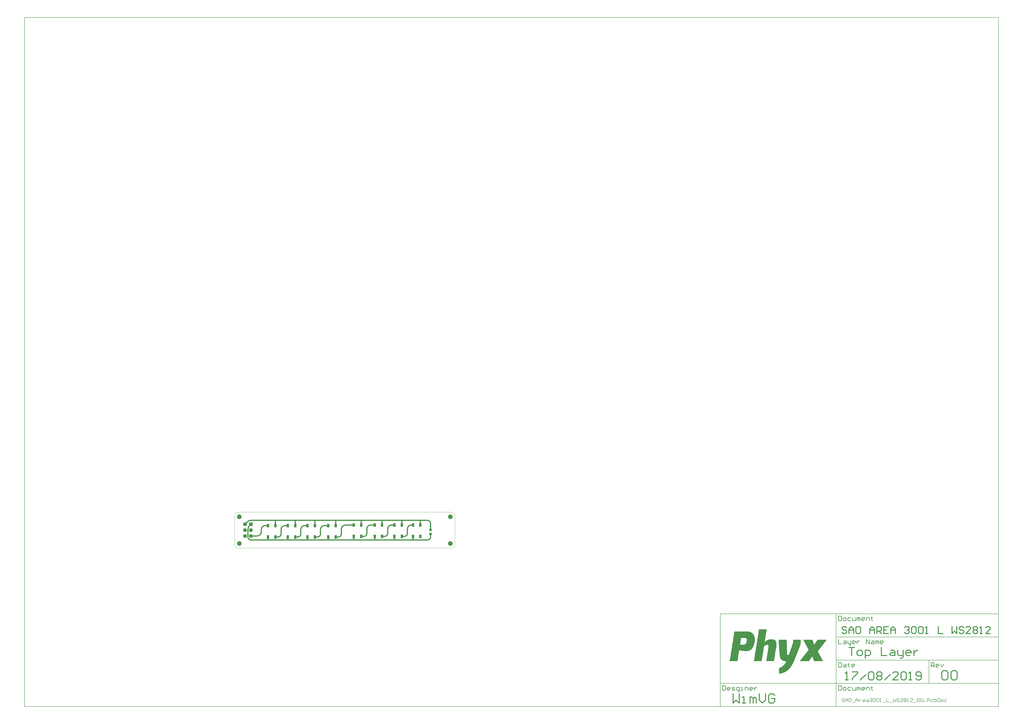
<source format=gtl>
G04*
G04 #@! TF.GenerationSoftware,Altium Limited,Altium Designer,18.1.7 (191)*
G04*
G04 Layer_Physical_Order=1*
G04 Layer_Color=255*
%FSLAX25Y25*%
%MOIN*%
G70*
G01*
G75*
%ADD10C,0.01575*%
%ADD12C,0.00787*%
%ADD15C,0.00394*%
%ADD16C,0.00984*%
%ADD17R,0.03937X0.04331*%
%ADD18R,0.03937X0.05906*%
%ADD24C,0.01968*%
%ADD25C,0.07874*%
%ADD26C,0.06496*%
%ADD27R,0.06496X0.06496*%
G36*
X872201Y-141778D02*
X873919D01*
Y-142065D01*
X874778D01*
Y-142351D01*
X875637D01*
Y-142637D01*
X876496D01*
Y-142924D01*
X877069D01*
Y-143210D01*
X877355D01*
Y-143496D01*
X877928D01*
Y-143783D01*
X878214D01*
Y-144069D01*
X878786D01*
Y-144355D01*
X879073D01*
Y-144641D01*
X879359D01*
Y-144928D01*
X879646D01*
Y-145214D01*
X879932D01*
Y-145501D01*
X880218D01*
Y-145787D01*
X880504D01*
Y-146073D01*
Y-146359D01*
X880791D01*
Y-146646D01*
X881077D01*
Y-146932D01*
Y-147218D01*
X881363D01*
Y-147505D01*
X881650D01*
Y-147791D01*
Y-148077D01*
X881936D01*
Y-148364D01*
Y-148650D01*
Y-148936D01*
X882222D01*
Y-149223D01*
Y-149509D01*
Y-149795D01*
X882509D01*
Y-150082D01*
Y-150368D01*
Y-150654D01*
Y-150940D01*
X882795D01*
Y-151227D01*
Y-151513D01*
Y-151799D01*
Y-152086D01*
Y-152372D01*
X883081D01*
Y-152658D01*
Y-152945D01*
Y-153231D01*
Y-153517D01*
Y-153804D01*
Y-154090D01*
Y-154376D01*
Y-154663D01*
Y-154949D01*
Y-155235D01*
Y-155521D01*
Y-155808D01*
Y-156094D01*
Y-156380D01*
Y-156667D01*
Y-156953D01*
Y-157239D01*
Y-157526D01*
Y-157812D01*
Y-158098D01*
X882795D01*
Y-158385D01*
Y-158671D01*
Y-158957D01*
Y-159244D01*
Y-159530D01*
Y-159816D01*
Y-160102D01*
X882509D01*
Y-160389D01*
Y-160675D01*
Y-160961D01*
Y-161248D01*
Y-161534D01*
X882222D01*
Y-161820D01*
Y-162107D01*
Y-162393D01*
Y-162679D01*
Y-162966D01*
X881936D01*
Y-163252D01*
Y-163538D01*
Y-163824D01*
X881650D01*
Y-164111D01*
Y-164397D01*
Y-164683D01*
Y-164970D01*
X881363D01*
Y-165256D01*
Y-165542D01*
Y-165829D01*
X881077D01*
Y-166115D01*
Y-166401D01*
X880791D01*
Y-166688D01*
Y-166974D01*
Y-167260D01*
X880504D01*
Y-167547D01*
Y-167833D01*
X880218D01*
Y-168119D01*
Y-168405D01*
X879932D01*
Y-168692D01*
Y-168978D01*
X879646D01*
Y-169264D01*
X879359D01*
Y-169551D01*
Y-169837D01*
X879073D01*
Y-170123D01*
X878786D01*
Y-170410D01*
X878500D01*
Y-170696D01*
Y-170982D01*
X878214D01*
Y-171269D01*
X877928D01*
Y-171555D01*
X877641D01*
Y-171841D01*
X877355D01*
Y-172127D01*
X877069D01*
Y-172414D01*
X876496D01*
Y-172700D01*
X876210D01*
Y-172986D01*
X875637D01*
Y-173273D01*
X875351D01*
Y-173559D01*
X874778D01*
Y-173845D01*
X873919D01*
Y-174132D01*
X873060D01*
Y-174418D01*
X872201D01*
Y-174704D01*
X870483D01*
Y-174991D01*
X865330D01*
Y-174704D01*
X862753D01*
Y-174418D01*
X860749D01*
Y-174132D01*
X859317D01*
Y-173845D01*
X857886D01*
Y-173559D01*
X856454D01*
Y-173845D01*
Y-174132D01*
Y-174418D01*
Y-174704D01*
Y-174991D01*
Y-175277D01*
Y-175563D01*
X856168D01*
Y-175850D01*
Y-176136D01*
Y-176422D01*
Y-176709D01*
Y-176995D01*
Y-177281D01*
X855882D01*
Y-177568D01*
Y-177854D01*
Y-178140D01*
Y-178426D01*
Y-178713D01*
Y-178999D01*
X855595D01*
Y-179285D01*
Y-179572D01*
Y-179858D01*
Y-180144D01*
Y-180431D01*
Y-180717D01*
Y-181003D01*
X855309D01*
Y-181290D01*
Y-181576D01*
Y-181862D01*
Y-182149D01*
Y-182435D01*
Y-182721D01*
X855023D01*
Y-183007D01*
Y-183294D01*
Y-183580D01*
Y-183866D01*
Y-184153D01*
Y-184439D01*
X854736D01*
Y-184725D01*
Y-185012D01*
Y-185298D01*
Y-185584D01*
Y-185871D01*
Y-186157D01*
Y-186443D01*
X854450D01*
Y-186730D01*
Y-187016D01*
Y-187302D01*
Y-187588D01*
Y-187875D01*
Y-188161D01*
X854164D01*
Y-188447D01*
Y-188734D01*
Y-189020D01*
Y-189306D01*
Y-189593D01*
Y-189879D01*
X853877D01*
Y-190165D01*
Y-190452D01*
Y-190738D01*
Y-191024D01*
Y-191311D01*
Y-191597D01*
Y-191883D01*
X840421D01*
Y-191597D01*
X840707D01*
Y-191311D01*
Y-191024D01*
Y-190738D01*
Y-190452D01*
Y-190165D01*
X840993D01*
Y-189879D01*
Y-189593D01*
Y-189306D01*
Y-189020D01*
Y-188734D01*
Y-188447D01*
Y-188161D01*
X841280D01*
Y-187875D01*
Y-187588D01*
Y-187302D01*
Y-187016D01*
Y-186730D01*
Y-186443D01*
X841566D01*
Y-186157D01*
Y-185871D01*
Y-185584D01*
Y-185298D01*
Y-185012D01*
Y-184725D01*
X841852D01*
Y-184439D01*
Y-184153D01*
Y-183866D01*
Y-183580D01*
Y-183294D01*
Y-183007D01*
Y-182721D01*
X842138D01*
Y-182435D01*
Y-182149D01*
Y-181862D01*
Y-181576D01*
Y-181290D01*
Y-181003D01*
X842425D01*
Y-180717D01*
Y-180431D01*
Y-180144D01*
Y-179858D01*
Y-179572D01*
Y-179285D01*
X842711D01*
Y-178999D01*
Y-178713D01*
Y-178426D01*
Y-178140D01*
Y-177854D01*
Y-177568D01*
X842997D01*
Y-177281D01*
Y-176995D01*
Y-176709D01*
Y-176422D01*
Y-176136D01*
Y-175850D01*
Y-175563D01*
X843284D01*
Y-175277D01*
Y-174991D01*
Y-174704D01*
Y-174418D01*
Y-174132D01*
Y-173845D01*
X843570D01*
Y-173559D01*
Y-173273D01*
Y-172986D01*
Y-172700D01*
Y-172414D01*
Y-172127D01*
X843856D01*
Y-171841D01*
Y-171555D01*
Y-171269D01*
Y-170982D01*
Y-170696D01*
Y-170410D01*
X844143D01*
Y-170123D01*
Y-169837D01*
Y-169551D01*
Y-169264D01*
Y-168978D01*
Y-168692D01*
Y-168405D01*
X844429D01*
Y-168119D01*
Y-167833D01*
Y-167547D01*
Y-167260D01*
Y-166974D01*
Y-166688D01*
X844715D01*
Y-166401D01*
Y-166115D01*
Y-165829D01*
Y-165542D01*
Y-165256D01*
Y-164970D01*
X845002D01*
Y-164683D01*
Y-164397D01*
Y-164111D01*
Y-163824D01*
Y-163538D01*
Y-163252D01*
Y-162966D01*
X845288D01*
Y-162679D01*
Y-162393D01*
Y-162107D01*
Y-161820D01*
Y-161534D01*
Y-161248D01*
X845574D01*
Y-160961D01*
Y-160675D01*
Y-160389D01*
Y-160102D01*
Y-159816D01*
Y-159530D01*
X845861D01*
Y-159244D01*
Y-158957D01*
Y-158671D01*
Y-158385D01*
Y-158098D01*
Y-157812D01*
X846147D01*
Y-157526D01*
Y-157239D01*
Y-156953D01*
Y-156667D01*
Y-156380D01*
Y-156094D01*
Y-155808D01*
X846433D01*
Y-155521D01*
Y-155235D01*
Y-154949D01*
Y-154663D01*
Y-154376D01*
Y-154090D01*
X846719D01*
Y-153804D01*
Y-153517D01*
Y-153231D01*
Y-152945D01*
Y-152658D01*
Y-152372D01*
X847006D01*
Y-152086D01*
Y-151799D01*
Y-151513D01*
Y-151227D01*
Y-150940D01*
Y-150654D01*
Y-150368D01*
X847292D01*
Y-150082D01*
Y-149795D01*
Y-149509D01*
Y-149223D01*
Y-148936D01*
Y-148650D01*
X847578D01*
Y-148364D01*
Y-148077D01*
Y-147791D01*
Y-147505D01*
Y-147218D01*
Y-146932D01*
X847865D01*
Y-146646D01*
Y-146359D01*
Y-146073D01*
Y-145787D01*
Y-145501D01*
Y-145214D01*
Y-144928D01*
X848151D01*
Y-144641D01*
Y-144355D01*
Y-144069D01*
Y-143783D01*
Y-143496D01*
Y-143210D01*
X848437D01*
Y-142924D01*
Y-142637D01*
Y-142351D01*
Y-142065D01*
Y-141778D01*
Y-141492D01*
X872201D01*
Y-141778D01*
D02*
G37*
G36*
X903409Y-138343D02*
Y-138629D01*
X903123D01*
Y-138915D01*
Y-139202D01*
Y-139488D01*
Y-139774D01*
Y-140060D01*
Y-140347D01*
X902837D01*
Y-140633D01*
Y-140919D01*
Y-141206D01*
Y-141492D01*
Y-141778D01*
Y-142065D01*
X902551D01*
Y-142351D01*
Y-142637D01*
Y-142924D01*
Y-143210D01*
Y-143496D01*
Y-143783D01*
Y-144069D01*
X902264D01*
Y-144355D01*
Y-144641D01*
Y-144928D01*
Y-145214D01*
Y-145501D01*
Y-145787D01*
X901978D01*
Y-146073D01*
Y-146359D01*
Y-146646D01*
Y-146932D01*
Y-147218D01*
Y-147505D01*
X901692D01*
Y-147791D01*
Y-148077D01*
Y-148364D01*
Y-148650D01*
Y-148936D01*
Y-149223D01*
Y-149509D01*
X901405D01*
Y-149795D01*
Y-150082D01*
Y-150368D01*
Y-150654D01*
Y-150940D01*
Y-151227D01*
X901119D01*
Y-151513D01*
Y-151799D01*
Y-152086D01*
Y-152372D01*
Y-152658D01*
Y-152945D01*
X900833D01*
Y-153231D01*
Y-153517D01*
Y-153804D01*
Y-154090D01*
Y-154376D01*
Y-154663D01*
X900546D01*
Y-154949D01*
Y-155235D01*
Y-155521D01*
Y-155808D01*
Y-156094D01*
Y-156380D01*
Y-156667D01*
X900260D01*
Y-156953D01*
Y-157239D01*
Y-157526D01*
Y-157812D01*
Y-158098D01*
Y-158385D01*
X899974D01*
Y-158671D01*
Y-158957D01*
X900546D01*
Y-158671D01*
X900833D01*
Y-158385D01*
X901119D01*
Y-158098D01*
X901692D01*
Y-157812D01*
X901978D01*
Y-157526D01*
X902264D01*
Y-157239D01*
X902837D01*
Y-156953D01*
X903409D01*
Y-156667D01*
X903696D01*
Y-156380D01*
X904268D01*
Y-156094D01*
X905127D01*
Y-155808D01*
X905700D01*
Y-155521D01*
X906559D01*
Y-155235D01*
X907990D01*
Y-154949D01*
X914289D01*
Y-155235D01*
X915435D01*
Y-155521D01*
X916294D01*
Y-155808D01*
X916866D01*
Y-156094D01*
X917153D01*
Y-156380D01*
X917725D01*
Y-156667D01*
X918011D01*
Y-156953D01*
X918298D01*
Y-157239D01*
X918584D01*
Y-157526D01*
X918870D01*
Y-157812D01*
Y-158098D01*
X919157D01*
Y-158385D01*
Y-158671D01*
X919443D01*
Y-158957D01*
Y-159244D01*
Y-159530D01*
X919729D01*
Y-159816D01*
Y-160102D01*
Y-160389D01*
Y-160675D01*
X920016D01*
Y-160961D01*
Y-161248D01*
Y-161534D01*
Y-161820D01*
Y-162107D01*
Y-162393D01*
Y-162679D01*
Y-162966D01*
Y-163252D01*
Y-163538D01*
Y-163824D01*
Y-164111D01*
Y-164397D01*
Y-164683D01*
Y-164970D01*
Y-165256D01*
Y-165542D01*
Y-165829D01*
X919729D01*
Y-166115D01*
Y-166401D01*
Y-166688D01*
Y-166974D01*
Y-167260D01*
Y-167547D01*
Y-167833D01*
X919443D01*
Y-168119D01*
Y-168405D01*
Y-168692D01*
Y-168978D01*
Y-169264D01*
Y-169551D01*
Y-169837D01*
X919157D01*
Y-170123D01*
Y-170410D01*
Y-170696D01*
Y-170982D01*
Y-171269D01*
Y-171555D01*
X918870D01*
Y-171841D01*
Y-172127D01*
Y-172414D01*
Y-172700D01*
Y-172986D01*
Y-173273D01*
X918584D01*
Y-173559D01*
Y-173845D01*
Y-174132D01*
Y-174418D01*
Y-174704D01*
Y-174991D01*
X918298D01*
Y-175277D01*
Y-175563D01*
Y-175850D01*
Y-176136D01*
Y-176422D01*
Y-176709D01*
Y-176995D01*
X918011D01*
Y-177281D01*
Y-177568D01*
Y-177854D01*
Y-178140D01*
Y-178426D01*
Y-178713D01*
X917725D01*
Y-178999D01*
Y-179285D01*
Y-179572D01*
Y-179858D01*
Y-180144D01*
Y-180431D01*
X917439D01*
Y-180717D01*
Y-181003D01*
Y-181290D01*
Y-181576D01*
Y-181862D01*
Y-182149D01*
Y-182435D01*
X917153D01*
Y-182721D01*
Y-183007D01*
Y-183294D01*
Y-183580D01*
Y-183866D01*
Y-184153D01*
X916866D01*
Y-184439D01*
Y-184725D01*
Y-185012D01*
Y-185298D01*
Y-185584D01*
Y-185871D01*
X916580D01*
Y-186157D01*
Y-186443D01*
Y-186730D01*
Y-187016D01*
Y-187302D01*
Y-187588D01*
X916294D01*
Y-187875D01*
Y-188161D01*
Y-188447D01*
Y-188734D01*
Y-189020D01*
Y-189306D01*
Y-189593D01*
X916007D01*
Y-189879D01*
Y-190165D01*
Y-190452D01*
Y-190738D01*
Y-191024D01*
Y-191311D01*
X915721D01*
Y-191597D01*
Y-191883D01*
X902551D01*
Y-191597D01*
Y-191311D01*
X902837D01*
Y-191024D01*
Y-190738D01*
Y-190452D01*
Y-190165D01*
Y-189879D01*
Y-189593D01*
X903123D01*
Y-189306D01*
Y-189020D01*
Y-188734D01*
Y-188447D01*
Y-188161D01*
Y-187875D01*
Y-187588D01*
X903409D01*
Y-187302D01*
Y-187016D01*
Y-186730D01*
Y-186443D01*
Y-186157D01*
Y-185871D01*
X903696D01*
Y-185584D01*
Y-185298D01*
Y-185012D01*
Y-184725D01*
Y-184439D01*
Y-184153D01*
X903982D01*
Y-183866D01*
Y-183580D01*
Y-183294D01*
Y-183007D01*
Y-182721D01*
Y-182435D01*
Y-182149D01*
X904268D01*
Y-181862D01*
Y-181576D01*
Y-181290D01*
Y-181003D01*
Y-180717D01*
Y-180431D01*
X904555D01*
Y-180144D01*
Y-179858D01*
Y-179572D01*
Y-179285D01*
Y-178999D01*
Y-178713D01*
Y-178426D01*
X904841D01*
Y-178140D01*
Y-177854D01*
Y-177568D01*
Y-177281D01*
Y-176995D01*
Y-176709D01*
X905127D01*
Y-176422D01*
Y-176136D01*
Y-175850D01*
Y-175563D01*
Y-175277D01*
Y-174991D01*
X905414D01*
Y-174704D01*
Y-174418D01*
Y-174132D01*
Y-173845D01*
Y-173559D01*
Y-173273D01*
X905700D01*
Y-172986D01*
Y-172700D01*
Y-172414D01*
Y-172127D01*
Y-171841D01*
Y-171555D01*
Y-171269D01*
X905986D01*
Y-170982D01*
Y-170696D01*
Y-170410D01*
Y-170123D01*
Y-169837D01*
Y-169551D01*
X906273D01*
Y-169264D01*
Y-168978D01*
Y-168692D01*
Y-168405D01*
Y-168119D01*
Y-167833D01*
Y-167547D01*
X906559D01*
Y-167260D01*
Y-166974D01*
Y-166688D01*
Y-166401D01*
Y-166115D01*
Y-165829D01*
X906273D01*
Y-165542D01*
Y-165256D01*
X905986D01*
Y-164970D01*
X905700D01*
Y-164683D01*
X905127D01*
Y-164397D01*
X903409D01*
Y-164683D01*
X901978D01*
Y-164970D01*
X901119D01*
Y-165256D01*
X900546D01*
Y-165542D01*
X900260D01*
Y-165829D01*
X899687D01*
Y-166115D01*
X899401D01*
Y-166401D01*
X899115D01*
Y-166688D01*
Y-166974D01*
X898828D01*
Y-167260D01*
Y-167547D01*
Y-167833D01*
X898542D01*
Y-168119D01*
Y-168405D01*
Y-168692D01*
Y-168978D01*
Y-169264D01*
Y-169551D01*
X898256D01*
Y-169837D01*
Y-170123D01*
Y-170410D01*
Y-170696D01*
Y-170982D01*
Y-171269D01*
Y-171555D01*
X897970D01*
Y-171841D01*
Y-172127D01*
Y-172414D01*
Y-172700D01*
Y-172986D01*
Y-173273D01*
X897683D01*
Y-173559D01*
Y-173845D01*
Y-174132D01*
Y-174418D01*
Y-174704D01*
Y-174991D01*
X897397D01*
Y-175277D01*
Y-175563D01*
Y-175850D01*
Y-176136D01*
Y-176422D01*
Y-176709D01*
X897111D01*
Y-176995D01*
Y-177281D01*
Y-177568D01*
Y-177854D01*
Y-178140D01*
Y-178426D01*
Y-178713D01*
X896824D01*
Y-178999D01*
Y-179285D01*
Y-179572D01*
Y-179858D01*
Y-180144D01*
Y-180431D01*
X896538D01*
Y-180717D01*
Y-181003D01*
Y-181290D01*
Y-181576D01*
Y-181862D01*
Y-182149D01*
X896252D01*
Y-182435D01*
Y-182721D01*
Y-183007D01*
Y-183294D01*
Y-183580D01*
Y-183866D01*
Y-184153D01*
X895965D01*
Y-184439D01*
Y-184725D01*
Y-185012D01*
Y-185298D01*
Y-185584D01*
Y-185871D01*
X895679D01*
Y-186157D01*
Y-186443D01*
Y-186730D01*
Y-187016D01*
Y-187302D01*
Y-187588D01*
X895393D01*
Y-187875D01*
Y-188161D01*
Y-188447D01*
Y-188734D01*
Y-189020D01*
Y-189306D01*
X895106D01*
Y-189593D01*
Y-189879D01*
Y-190165D01*
Y-190452D01*
Y-190738D01*
Y-191024D01*
Y-191311D01*
X894820D01*
Y-191597D01*
Y-191883D01*
X881650D01*
Y-191597D01*
Y-191311D01*
X881936D01*
Y-191024D01*
Y-190738D01*
Y-190452D01*
Y-190165D01*
Y-189879D01*
Y-189593D01*
Y-189306D01*
X882222D01*
Y-189020D01*
Y-188734D01*
Y-188447D01*
Y-188161D01*
Y-187875D01*
Y-187588D01*
X882509D01*
Y-187302D01*
Y-187016D01*
Y-186730D01*
Y-186443D01*
Y-186157D01*
Y-185871D01*
X882795D01*
Y-185584D01*
Y-185298D01*
Y-185012D01*
Y-184725D01*
Y-184439D01*
Y-184153D01*
Y-183866D01*
X883081D01*
Y-183580D01*
Y-183294D01*
Y-183007D01*
Y-182721D01*
Y-182435D01*
Y-182149D01*
X883368D01*
Y-181862D01*
Y-181576D01*
Y-181290D01*
Y-181003D01*
Y-180717D01*
Y-180431D01*
X883654D01*
Y-180144D01*
Y-179858D01*
Y-179572D01*
Y-179285D01*
Y-178999D01*
Y-178713D01*
X883940D01*
Y-178426D01*
Y-178140D01*
Y-177854D01*
Y-177568D01*
Y-177281D01*
Y-176995D01*
Y-176709D01*
X884227D01*
Y-176422D01*
Y-176136D01*
Y-175850D01*
Y-175563D01*
Y-175277D01*
Y-174991D01*
X884513D01*
Y-174704D01*
Y-174418D01*
Y-174132D01*
Y-173845D01*
Y-173559D01*
Y-173273D01*
X884799D01*
Y-172986D01*
Y-172700D01*
Y-172414D01*
Y-172127D01*
Y-171841D01*
Y-171555D01*
Y-171269D01*
X885085D01*
Y-170982D01*
Y-170696D01*
Y-170410D01*
Y-170123D01*
Y-169837D01*
Y-169551D01*
X885372D01*
Y-169264D01*
Y-168978D01*
Y-168692D01*
Y-168405D01*
Y-168119D01*
Y-167833D01*
X885658D01*
Y-167547D01*
Y-167260D01*
Y-166974D01*
Y-166688D01*
Y-166401D01*
Y-166115D01*
X885944D01*
Y-165829D01*
Y-165542D01*
Y-165256D01*
Y-164970D01*
Y-164683D01*
Y-164397D01*
Y-164111D01*
X886231D01*
Y-163824D01*
Y-163538D01*
Y-163252D01*
Y-162966D01*
Y-162679D01*
Y-162393D01*
X886517D01*
Y-162107D01*
Y-161820D01*
Y-161534D01*
Y-161248D01*
Y-160961D01*
Y-160675D01*
X886803D01*
Y-160389D01*
Y-160102D01*
Y-159816D01*
Y-159530D01*
Y-159244D01*
Y-158957D01*
X887090D01*
Y-158671D01*
Y-158385D01*
Y-158098D01*
Y-157812D01*
Y-157526D01*
Y-157239D01*
Y-156953D01*
X887376D01*
Y-156667D01*
Y-156380D01*
Y-156094D01*
Y-155808D01*
Y-155521D01*
Y-155235D01*
X887662D01*
Y-154949D01*
Y-154663D01*
Y-154376D01*
Y-154090D01*
Y-153804D01*
Y-153517D01*
X887949D01*
Y-153231D01*
Y-152945D01*
Y-152658D01*
Y-152372D01*
Y-152086D01*
Y-151799D01*
Y-151513D01*
X888235D01*
Y-151227D01*
Y-150940D01*
Y-150654D01*
Y-150368D01*
Y-150082D01*
Y-149795D01*
X888521D01*
Y-149509D01*
Y-149223D01*
Y-148936D01*
Y-148650D01*
Y-148364D01*
Y-148077D01*
X888807D01*
Y-147791D01*
Y-147505D01*
Y-147218D01*
Y-146932D01*
Y-146646D01*
Y-146359D01*
X889094D01*
Y-146073D01*
Y-145787D01*
Y-145501D01*
Y-145214D01*
Y-144928D01*
Y-144641D01*
Y-144355D01*
X889380D01*
Y-144069D01*
Y-143783D01*
Y-143496D01*
Y-143210D01*
Y-142924D01*
Y-142637D01*
X889666D01*
Y-142351D01*
Y-142065D01*
Y-141778D01*
Y-141492D01*
Y-141206D01*
Y-140919D01*
X889953D01*
Y-140633D01*
Y-140347D01*
Y-140060D01*
Y-139774D01*
Y-139488D01*
Y-139202D01*
Y-138915D01*
X890239D01*
Y-138629D01*
Y-138343D01*
Y-138056D01*
X903409D01*
Y-138343D01*
D02*
G37*
G36*
X1005337Y-155808D02*
X1005050D01*
Y-156094D01*
X1004764D01*
Y-156380D01*
Y-156667D01*
X1004478D01*
Y-156953D01*
X1004192D01*
Y-157239D01*
X1003905D01*
Y-157526D01*
Y-157812D01*
X1003619D01*
Y-158098D01*
X1003333D01*
Y-158385D01*
X1003046D01*
Y-158671D01*
X1002760D01*
Y-158957D01*
Y-159244D01*
X1002474D01*
Y-159530D01*
X1002187D01*
Y-159816D01*
X1001901D01*
Y-160102D01*
Y-160389D01*
X1001615D01*
Y-160675D01*
X1001328D01*
Y-160961D01*
X1001042D01*
Y-161248D01*
X1000756D01*
Y-161534D01*
Y-161820D01*
X1000469D01*
Y-162107D01*
X1000183D01*
Y-162393D01*
X999897D01*
Y-162679D01*
Y-162966D01*
X999611D01*
Y-163252D01*
X999324D01*
Y-163538D01*
X999038D01*
Y-163824D01*
Y-164111D01*
X998752D01*
Y-164397D01*
X998465D01*
Y-164683D01*
X998179D01*
Y-164970D01*
X997893D01*
Y-165256D01*
Y-165542D01*
X997606D01*
Y-165829D01*
X997320D01*
Y-166115D01*
X997034D01*
Y-166401D01*
Y-166688D01*
X996747D01*
Y-166974D01*
X996461D01*
Y-167260D01*
X996175D01*
Y-167547D01*
Y-167833D01*
X995889D01*
Y-168119D01*
X995602D01*
Y-168405D01*
X995316D01*
Y-168692D01*
X995030D01*
Y-168978D01*
Y-169264D01*
X994743D01*
Y-169551D01*
X994457D01*
Y-169837D01*
X994171D01*
Y-170123D01*
Y-170410D01*
X993884D01*
Y-170696D01*
X993598D01*
Y-170982D01*
X993312D01*
Y-171269D01*
Y-171555D01*
X993025D01*
Y-171841D01*
X992739D01*
Y-172127D01*
X992453D01*
Y-172414D01*
X992166D01*
Y-172700D01*
Y-172986D01*
X991880D01*
Y-173273D01*
X991594D01*
Y-173559D01*
X991308D01*
Y-173845D01*
Y-174132D01*
X991021D01*
Y-174418D01*
X990735D01*
Y-174704D01*
X990449D01*
Y-174991D01*
X990162D01*
Y-175277D01*
Y-175563D01*
X990449D01*
Y-175850D01*
Y-176136D01*
X990735D01*
Y-176422D01*
Y-176709D01*
X991021D01*
Y-176995D01*
X991308D01*
Y-177281D01*
Y-177568D01*
X991594D01*
Y-177854D01*
Y-178140D01*
X991880D01*
Y-178426D01*
Y-178713D01*
X992166D01*
Y-178999D01*
Y-179285D01*
X992453D01*
Y-179572D01*
Y-179858D01*
X992739D01*
Y-180144D01*
Y-180431D01*
X993025D01*
Y-180717D01*
Y-181003D01*
X993312D01*
Y-181290D01*
Y-181576D01*
X993598D01*
Y-181862D01*
X993884D01*
Y-182149D01*
Y-182435D01*
X994171D01*
Y-182721D01*
Y-183007D01*
X994457D01*
Y-183294D01*
Y-183580D01*
X994743D01*
Y-183866D01*
Y-184153D01*
X995030D01*
Y-184439D01*
Y-184725D01*
X995316D01*
Y-185012D01*
Y-185298D01*
X995602D01*
Y-185584D01*
Y-185871D01*
X995889D01*
Y-186157D01*
X996175D01*
Y-186443D01*
Y-186730D01*
X996461D01*
Y-187016D01*
Y-187302D01*
X996747D01*
Y-187588D01*
Y-187875D01*
X997034D01*
Y-188161D01*
Y-188447D01*
X997320D01*
Y-188734D01*
Y-189020D01*
X997606D01*
Y-189306D01*
Y-189593D01*
X997893D01*
Y-189879D01*
Y-190165D01*
X998179D01*
Y-190452D01*
X998465D01*
Y-190738D01*
Y-191024D01*
X998752D01*
Y-191311D01*
Y-191597D01*
X999038D01*
Y-191883D01*
X983863D01*
Y-191597D01*
X983577D01*
Y-191311D01*
Y-191024D01*
Y-190738D01*
X983291D01*
Y-190452D01*
Y-190165D01*
Y-189879D01*
X983004D01*
Y-189593D01*
Y-189306D01*
X982718D01*
Y-189020D01*
Y-188734D01*
Y-188447D01*
X982432D01*
Y-188161D01*
Y-187875D01*
Y-187588D01*
X982146D01*
Y-187302D01*
Y-187016D01*
X981859D01*
Y-186730D01*
Y-186443D01*
Y-186157D01*
X981573D01*
Y-185871D01*
Y-185584D01*
Y-185298D01*
X981287D01*
Y-185012D01*
Y-184725D01*
Y-184439D01*
X981000D01*
Y-184153D01*
X980428D01*
Y-184439D01*
Y-184725D01*
X980141D01*
Y-185012D01*
X979855D01*
Y-185298D01*
Y-185584D01*
X979569D01*
Y-185871D01*
X979282D01*
Y-186157D01*
Y-186443D01*
X978996D01*
Y-186730D01*
X978710D01*
Y-187016D01*
Y-187302D01*
X978423D01*
Y-187588D01*
X978137D01*
Y-187875D01*
X977851D01*
Y-188161D01*
Y-188447D01*
X977565D01*
Y-188734D01*
X977278D01*
Y-189020D01*
Y-189306D01*
X976992D01*
Y-189593D01*
X976705D01*
Y-189879D01*
Y-190165D01*
X976419D01*
Y-190452D01*
X976133D01*
Y-190738D01*
Y-191024D01*
X975847D01*
Y-191311D01*
X975560D01*
Y-191597D01*
Y-191883D01*
X959527D01*
Y-191597D01*
X959813D01*
Y-191311D01*
X960099D01*
Y-191024D01*
X960386D01*
Y-190738D01*
X960672D01*
Y-190452D01*
Y-190165D01*
X960958D01*
Y-189879D01*
X961245D01*
Y-189593D01*
X961531D01*
Y-189306D01*
X961817D01*
Y-189020D01*
Y-188734D01*
X962104D01*
Y-188447D01*
X962390D01*
Y-188161D01*
X962676D01*
Y-187875D01*
Y-187588D01*
X962963D01*
Y-187302D01*
X963249D01*
Y-187016D01*
X963535D01*
Y-186730D01*
X963822D01*
Y-186443D01*
Y-186157D01*
X964108D01*
Y-185871D01*
X964394D01*
Y-185584D01*
X964680D01*
Y-185298D01*
X964967D01*
Y-185012D01*
Y-184725D01*
X965253D01*
Y-184439D01*
X965539D01*
Y-184153D01*
X965826D01*
Y-183866D01*
Y-183580D01*
X966112D01*
Y-183294D01*
X966398D01*
Y-183007D01*
X966685D01*
Y-182721D01*
X966971D01*
Y-182435D01*
Y-182149D01*
X967257D01*
Y-181862D01*
X967544D01*
Y-181576D01*
X967830D01*
Y-181290D01*
Y-181003D01*
X968116D01*
Y-180717D01*
X968402D01*
Y-180431D01*
X968689D01*
Y-180144D01*
X968975D01*
Y-179858D01*
Y-179572D01*
X969261D01*
Y-179285D01*
X969548D01*
Y-178999D01*
X969834D01*
Y-178713D01*
Y-178426D01*
X970120D01*
Y-178140D01*
X970407D01*
Y-177854D01*
X970693D01*
Y-177568D01*
X970979D01*
Y-177281D01*
Y-176995D01*
X971266D01*
Y-176709D01*
X971552D01*
Y-176422D01*
X971838D01*
Y-176136D01*
X972124D01*
Y-175850D01*
Y-175563D01*
X972411D01*
Y-175277D01*
X972697D01*
Y-174991D01*
X972983D01*
Y-174704D01*
Y-174418D01*
X973270D01*
Y-174132D01*
X973556D01*
Y-173845D01*
X973842D01*
Y-173559D01*
X974129D01*
Y-173273D01*
Y-172986D01*
X974415D01*
Y-172700D01*
Y-172414D01*
Y-172127D01*
X974129D01*
Y-171841D01*
X973842D01*
Y-171555D01*
Y-171269D01*
X973556D01*
Y-170982D01*
Y-170696D01*
X973270D01*
Y-170410D01*
Y-170123D01*
X972983D01*
Y-169837D01*
Y-169551D01*
X972697D01*
Y-169264D01*
Y-168978D01*
X972411D01*
Y-168692D01*
Y-168405D01*
X972124D01*
Y-168119D01*
X971838D01*
Y-167833D01*
Y-167547D01*
X971552D01*
Y-167260D01*
Y-166974D01*
X971266D01*
Y-166688D01*
Y-166401D01*
X970979D01*
Y-166115D01*
Y-165829D01*
X970693D01*
Y-165542D01*
Y-165256D01*
X970407D01*
Y-164970D01*
Y-164683D01*
X970120D01*
Y-164397D01*
X969834D01*
Y-164111D01*
Y-163824D01*
X969548D01*
Y-163538D01*
Y-163252D01*
X969261D01*
Y-162966D01*
Y-162679D01*
X968975D01*
Y-162393D01*
Y-162107D01*
X968689D01*
Y-161820D01*
Y-161534D01*
X968402D01*
Y-161248D01*
Y-160961D01*
X968116D01*
Y-160675D01*
Y-160389D01*
X967830D01*
Y-160102D01*
X967544D01*
Y-159816D01*
Y-159530D01*
X967257D01*
Y-159244D01*
Y-158957D01*
X966971D01*
Y-158671D01*
Y-158385D01*
X966685D01*
Y-158098D01*
Y-157812D01*
X966398D01*
Y-157526D01*
Y-157239D01*
X966112D01*
Y-156953D01*
Y-156667D01*
X965826D01*
Y-156380D01*
X965539D01*
Y-156094D01*
Y-155808D01*
X965253D01*
Y-155521D01*
X981000D01*
Y-155808D01*
X981287D01*
Y-156094D01*
Y-156380D01*
Y-156667D01*
X981573D01*
Y-156953D01*
Y-157239D01*
Y-157526D01*
X981859D01*
Y-157812D01*
Y-158098D01*
Y-158385D01*
X982146D01*
Y-158671D01*
Y-158957D01*
Y-159244D01*
X982432D01*
Y-159530D01*
Y-159816D01*
Y-160102D01*
X982718D01*
Y-160389D01*
Y-160675D01*
Y-160961D01*
X983004D01*
Y-161248D01*
Y-161534D01*
Y-161820D01*
X983291D01*
Y-162107D01*
Y-162393D01*
Y-162679D01*
X983577D01*
Y-162966D01*
Y-163252D01*
Y-163538D01*
Y-163824D01*
X984150D01*
Y-163538D01*
X984436D01*
Y-163252D01*
X984722D01*
Y-162966D01*
Y-162679D01*
X985009D01*
Y-162393D01*
X985295D01*
Y-162107D01*
Y-161820D01*
X985581D01*
Y-161534D01*
X985868D01*
Y-161248D01*
Y-160961D01*
X986154D01*
Y-160675D01*
X986440D01*
Y-160389D01*
Y-160102D01*
X986726D01*
Y-159816D01*
X987013D01*
Y-159530D01*
Y-159244D01*
X987299D01*
Y-158957D01*
X987585D01*
Y-158671D01*
Y-158385D01*
X987872D01*
Y-158098D01*
X988158D01*
Y-157812D01*
Y-157526D01*
X988444D01*
Y-157239D01*
X988731D01*
Y-156953D01*
Y-156667D01*
X989017D01*
Y-156380D01*
X989303D01*
Y-156094D01*
Y-155808D01*
X989590D01*
Y-155521D01*
X1005337D01*
Y-155808D01*
D02*
G37*
G36*
X961245D02*
Y-156094D01*
Y-156380D01*
Y-156667D01*
Y-156953D01*
Y-157239D01*
Y-157526D01*
Y-157812D01*
Y-158098D01*
Y-158385D01*
Y-158671D01*
Y-158957D01*
Y-159244D01*
Y-159530D01*
Y-159816D01*
Y-160102D01*
Y-160389D01*
Y-160675D01*
Y-160961D01*
Y-161248D01*
Y-161534D01*
X960958D01*
Y-161820D01*
Y-162107D01*
Y-162393D01*
Y-162679D01*
Y-162966D01*
X960672D01*
Y-163252D01*
Y-163538D01*
Y-163824D01*
Y-164111D01*
X960386D01*
Y-164397D01*
Y-164683D01*
Y-164970D01*
Y-165256D01*
X960099D01*
Y-165542D01*
Y-165829D01*
Y-166115D01*
X959813D01*
Y-166401D01*
Y-166688D01*
Y-166974D01*
X959527D01*
Y-167260D01*
Y-167547D01*
Y-167833D01*
X959241D01*
Y-168119D01*
Y-168405D01*
Y-168692D01*
X958954D01*
Y-168978D01*
Y-169264D01*
X958668D01*
Y-169551D01*
Y-169837D01*
X958381D01*
Y-170123D01*
Y-170410D01*
Y-170696D01*
X958095D01*
Y-170982D01*
Y-171269D01*
X957809D01*
Y-171555D01*
Y-171841D01*
Y-172127D01*
X957523D01*
Y-172414D01*
Y-172700D01*
X957236D01*
Y-172986D01*
Y-173273D01*
Y-173559D01*
X956950D01*
Y-173845D01*
Y-174132D01*
X956664D01*
Y-174418D01*
Y-174704D01*
Y-174991D01*
X956377D01*
Y-175277D01*
Y-175563D01*
X956091D01*
Y-175850D01*
Y-176136D01*
Y-176422D01*
X955805D01*
Y-176709D01*
Y-176995D01*
X955518D01*
Y-177281D01*
Y-177568D01*
Y-177854D01*
X955232D01*
Y-178140D01*
Y-178426D01*
X954946D01*
Y-178713D01*
Y-178999D01*
Y-179285D01*
X954659D01*
Y-179572D01*
Y-179858D01*
X954373D01*
Y-180144D01*
Y-180431D01*
Y-180717D01*
X954087D01*
Y-181003D01*
Y-181290D01*
X953800D01*
Y-181576D01*
Y-181862D01*
Y-182149D01*
X953514D01*
Y-182435D01*
Y-182721D01*
X953228D01*
Y-183007D01*
Y-183294D01*
Y-183580D01*
X952942D01*
Y-183866D01*
Y-184153D01*
X952655D01*
Y-184439D01*
Y-184725D01*
Y-185012D01*
X952369D01*
Y-185298D01*
Y-185584D01*
X952083D01*
Y-185871D01*
Y-186157D01*
Y-186443D01*
X951796D01*
Y-186730D01*
Y-187016D01*
X951510D01*
Y-187302D01*
Y-187588D01*
Y-187875D01*
X951224D01*
Y-188161D01*
Y-188447D01*
X950937D01*
Y-188734D01*
Y-189020D01*
Y-189306D01*
X950651D01*
Y-189593D01*
Y-189879D01*
X950365D01*
Y-190165D01*
Y-190452D01*
Y-190738D01*
X950078D01*
Y-191024D01*
Y-191311D01*
X949792D01*
Y-191597D01*
Y-191883D01*
Y-192169D01*
X949506D01*
Y-192456D01*
Y-192742D01*
X949220D01*
Y-193028D01*
Y-193315D01*
X948933D01*
Y-193601D01*
Y-193887D01*
X948647D01*
Y-194174D01*
Y-194460D01*
Y-194746D01*
X948361D01*
Y-195033D01*
X948074D01*
Y-195319D01*
Y-195605D01*
Y-195891D01*
X947788D01*
Y-196178D01*
X947502D01*
Y-196464D01*
Y-196750D01*
X947215D01*
Y-197037D01*
Y-197323D01*
X946929D01*
Y-197609D01*
Y-197896D01*
X946643D01*
Y-198182D01*
Y-198468D01*
X946356D01*
Y-198755D01*
X946070D01*
Y-199041D01*
Y-199327D01*
X945784D01*
Y-199614D01*
Y-199900D01*
X945497D01*
Y-200186D01*
X945211D01*
Y-200472D01*
X944925D01*
Y-200759D01*
Y-201045D01*
X944639D01*
Y-201331D01*
X944352D01*
Y-201618D01*
Y-201904D01*
X944066D01*
Y-202190D01*
X943780D01*
Y-202477D01*
X943493D01*
Y-202763D01*
Y-203049D01*
X943207D01*
Y-203336D01*
X942921D01*
Y-203622D01*
X942634D01*
Y-203908D01*
X942348D01*
Y-204195D01*
X942062D01*
Y-204481D01*
Y-204767D01*
X941775D01*
Y-205053D01*
X941489D01*
Y-205340D01*
X941203D01*
Y-205626D01*
X940916D01*
Y-205912D01*
X940630D01*
Y-206199D01*
X940344D01*
Y-206485D01*
X940057D01*
Y-206771D01*
X939485D01*
Y-207058D01*
X939199D01*
Y-207344D01*
X938912D01*
Y-207630D01*
X938626D01*
Y-207917D01*
X938340D01*
Y-208203D01*
X937767D01*
Y-208489D01*
X937481D01*
Y-208776D01*
X936908D01*
Y-209062D01*
X936622D01*
Y-209348D01*
X936049D01*
Y-209634D01*
X935763D01*
Y-209921D01*
X935190D01*
Y-210207D01*
X934618D01*
Y-210493D01*
X934045D01*
Y-210780D01*
X933472D01*
Y-211066D01*
X932900D01*
Y-211352D01*
X932041D01*
Y-211639D01*
X931468D01*
Y-211925D01*
X930609D01*
Y-212211D01*
X929464D01*
Y-212498D01*
X928319D01*
Y-212784D01*
X926601D01*
Y-213070D01*
X924597D01*
Y-213357D01*
X924310D01*
Y-213070D01*
Y-212784D01*
Y-212498D01*
Y-212211D01*
Y-211925D01*
Y-211639D01*
Y-211352D01*
Y-211066D01*
Y-210780D01*
Y-210493D01*
Y-210207D01*
Y-209921D01*
Y-209634D01*
Y-209348D01*
Y-209062D01*
Y-208776D01*
Y-208489D01*
Y-208203D01*
Y-207917D01*
Y-207630D01*
Y-207344D01*
Y-207058D01*
Y-206771D01*
Y-206485D01*
Y-206199D01*
Y-205912D01*
Y-205626D01*
Y-205340D01*
Y-205053D01*
Y-204767D01*
Y-204481D01*
Y-204195D01*
Y-203908D01*
X924883D01*
Y-203622D01*
X925455D01*
Y-203336D01*
X926028D01*
Y-203049D01*
X926601D01*
Y-202763D01*
X927173D01*
Y-202477D01*
X927746D01*
Y-202190D01*
X928032D01*
Y-201904D01*
X928605D01*
Y-201618D01*
X928891D01*
Y-201331D01*
X929464D01*
Y-201045D01*
X929750D01*
Y-200759D01*
X930037D01*
Y-200472D01*
X930609D01*
Y-200186D01*
X930896D01*
Y-199900D01*
X931182D01*
Y-199614D01*
X931468D01*
Y-199327D01*
X931754D01*
Y-199041D01*
X932041D01*
Y-198755D01*
X932327D01*
Y-198468D01*
X932613D01*
Y-198182D01*
X932900D01*
Y-197896D01*
X933186D01*
Y-197609D01*
X933472D01*
Y-197323D01*
X933759D01*
Y-197037D01*
Y-196750D01*
X934045D01*
Y-196464D01*
X934331D01*
Y-196178D01*
X934618D01*
Y-195891D01*
Y-195605D01*
X934904D01*
Y-195319D01*
X935190D01*
Y-195033D01*
Y-194746D01*
X935476D01*
Y-194460D01*
Y-194174D01*
X935763D01*
Y-193887D01*
X936049D01*
Y-193601D01*
Y-193315D01*
X936335D01*
Y-193028D01*
Y-192742D01*
X936622D01*
Y-192456D01*
Y-192169D01*
X934904D01*
Y-191883D01*
X932900D01*
Y-191597D01*
X931754D01*
Y-191311D01*
X931182D01*
Y-191024D01*
X930323D01*
Y-190738D01*
X929750D01*
Y-190452D01*
X929464D01*
Y-190165D01*
X928891D01*
Y-189879D01*
X928605D01*
Y-189593D01*
X928319D01*
Y-189306D01*
X928032D01*
Y-189020D01*
X927746D01*
Y-188734D01*
X927460D01*
Y-188447D01*
Y-188161D01*
X927173D01*
Y-187875D01*
X926887D01*
Y-187588D01*
Y-187302D01*
X926601D01*
Y-187016D01*
Y-186730D01*
X926315D01*
Y-186443D01*
Y-186157D01*
X926028D01*
Y-185871D01*
Y-185584D01*
Y-185298D01*
X925742D01*
Y-185012D01*
Y-184725D01*
Y-184439D01*
Y-184153D01*
X925455D01*
Y-183866D01*
Y-183580D01*
Y-183294D01*
Y-183007D01*
Y-182721D01*
Y-182435D01*
Y-182149D01*
X925169D01*
Y-181862D01*
Y-181576D01*
Y-181290D01*
Y-181003D01*
Y-180717D01*
Y-180431D01*
Y-180144D01*
Y-179858D01*
Y-179572D01*
Y-179285D01*
Y-178999D01*
Y-178713D01*
Y-178426D01*
Y-178140D01*
Y-177854D01*
X924883D01*
Y-177568D01*
Y-177281D01*
Y-176995D01*
Y-176709D01*
Y-176422D01*
Y-176136D01*
Y-175850D01*
Y-175563D01*
Y-175277D01*
Y-174991D01*
Y-174704D01*
Y-174418D01*
Y-174132D01*
Y-173845D01*
Y-173559D01*
X924597D01*
Y-173273D01*
Y-172986D01*
Y-172700D01*
Y-172414D01*
Y-172127D01*
Y-171841D01*
Y-171555D01*
Y-171269D01*
Y-170982D01*
Y-170696D01*
Y-170410D01*
Y-170123D01*
Y-169837D01*
Y-169551D01*
Y-169264D01*
Y-168978D01*
X924310D01*
Y-168692D01*
Y-168405D01*
Y-168119D01*
Y-167833D01*
Y-167547D01*
Y-167260D01*
Y-166974D01*
Y-166688D01*
Y-166401D01*
Y-166115D01*
Y-165829D01*
Y-165542D01*
Y-165256D01*
Y-164970D01*
Y-164683D01*
Y-164397D01*
X924024D01*
Y-164111D01*
Y-163824D01*
Y-163538D01*
Y-163252D01*
Y-162966D01*
Y-162679D01*
Y-162393D01*
Y-162107D01*
Y-161820D01*
Y-161534D01*
Y-161248D01*
Y-160961D01*
Y-160675D01*
Y-160389D01*
X923738D01*
Y-160102D01*
Y-159816D01*
Y-159530D01*
Y-159244D01*
Y-158957D01*
Y-158671D01*
Y-158385D01*
Y-158098D01*
Y-157812D01*
Y-157526D01*
Y-157239D01*
Y-156953D01*
Y-156667D01*
Y-156380D01*
Y-156094D01*
Y-155808D01*
X923451D01*
Y-155521D01*
X937194D01*
Y-155808D01*
Y-156094D01*
Y-156380D01*
Y-156667D01*
Y-156953D01*
Y-157239D01*
Y-157526D01*
Y-157812D01*
Y-158098D01*
Y-158385D01*
Y-158671D01*
Y-158957D01*
Y-159244D01*
Y-159530D01*
X937481D01*
Y-159816D01*
Y-160102D01*
Y-160389D01*
Y-160675D01*
Y-160961D01*
Y-161248D01*
Y-161534D01*
Y-161820D01*
Y-162107D01*
Y-162393D01*
Y-162679D01*
Y-162966D01*
Y-163252D01*
Y-163538D01*
Y-163824D01*
Y-164111D01*
Y-164397D01*
Y-164683D01*
Y-164970D01*
Y-165256D01*
Y-165542D01*
Y-165829D01*
Y-166115D01*
Y-166401D01*
Y-166688D01*
Y-166974D01*
Y-167260D01*
Y-167547D01*
Y-167833D01*
Y-168119D01*
Y-168405D01*
Y-168692D01*
Y-168978D01*
Y-169264D01*
Y-169551D01*
Y-169837D01*
Y-170123D01*
Y-170410D01*
Y-170696D01*
Y-170982D01*
Y-171269D01*
X937767D01*
Y-171555D01*
X937481D01*
Y-171841D01*
Y-172127D01*
X937767D01*
Y-172414D01*
Y-172700D01*
Y-172986D01*
Y-173273D01*
Y-173559D01*
Y-173845D01*
Y-174132D01*
Y-174418D01*
Y-174704D01*
Y-174991D01*
Y-175277D01*
Y-175563D01*
Y-175850D01*
Y-176136D01*
Y-176422D01*
Y-176709D01*
Y-176995D01*
Y-177281D01*
Y-177568D01*
Y-177854D01*
Y-178140D01*
Y-178426D01*
Y-178713D01*
Y-178999D01*
Y-179285D01*
Y-179572D01*
X938053D01*
Y-179858D01*
Y-180144D01*
Y-180431D01*
X938340D01*
Y-180717D01*
X938626D01*
Y-181003D01*
X938912D01*
Y-181290D01*
X939771D01*
Y-181576D01*
X940630D01*
Y-181290D01*
X940916D01*
Y-181003D01*
Y-180717D01*
Y-180431D01*
X941203D01*
Y-180144D01*
Y-179858D01*
X941489D01*
Y-179572D01*
Y-179285D01*
Y-178999D01*
X941775D01*
Y-178713D01*
Y-178426D01*
Y-178140D01*
X942062D01*
Y-177854D01*
Y-177568D01*
Y-177281D01*
X942348D01*
Y-176995D01*
Y-176709D01*
Y-176422D01*
X942634D01*
Y-176136D01*
Y-175850D01*
X942921D01*
Y-175563D01*
Y-175277D01*
Y-174991D01*
X943207D01*
Y-174704D01*
Y-174418D01*
Y-174132D01*
X943493D01*
Y-173845D01*
Y-173559D01*
Y-173273D01*
X943780D01*
Y-172986D01*
Y-172700D01*
X944066D01*
Y-172414D01*
Y-172127D01*
Y-171841D01*
X944352D01*
Y-171555D01*
Y-171269D01*
Y-170982D01*
X944639D01*
Y-170696D01*
Y-170410D01*
Y-170123D01*
X944925D01*
Y-169837D01*
Y-169551D01*
X945211D01*
Y-169264D01*
Y-168978D01*
Y-168692D01*
X945497D01*
Y-168405D01*
Y-168119D01*
Y-167833D01*
X945784D01*
Y-167547D01*
Y-167260D01*
Y-166974D01*
X946070D01*
Y-166688D01*
Y-166401D01*
X946356D01*
Y-166115D01*
Y-165829D01*
Y-165542D01*
X946643D01*
Y-165256D01*
Y-164970D01*
Y-164683D01*
X946929D01*
Y-164397D01*
Y-164111D01*
Y-163824D01*
X947215D01*
Y-163538D01*
Y-163252D01*
Y-162966D01*
Y-162679D01*
X947502D01*
Y-162393D01*
Y-162107D01*
Y-161820D01*
Y-161534D01*
X947788D01*
Y-161248D01*
Y-160961D01*
Y-160675D01*
Y-160389D01*
Y-160102D01*
X948074D01*
Y-159816D01*
Y-159530D01*
Y-159244D01*
Y-158957D01*
Y-158671D01*
Y-158385D01*
X948361D01*
Y-158098D01*
Y-157812D01*
Y-157526D01*
Y-157239D01*
Y-156953D01*
Y-156667D01*
Y-156380D01*
Y-156094D01*
Y-155808D01*
Y-155521D01*
X961245D01*
Y-155808D01*
D02*
G37*
%LPC*%
G36*
X867907Y-152658D02*
X859890D01*
Y-152945D01*
Y-153231D01*
Y-153517D01*
Y-153804D01*
Y-154090D01*
X859604D01*
Y-154376D01*
Y-154663D01*
Y-154949D01*
Y-155235D01*
Y-155521D01*
Y-155808D01*
X859317D01*
Y-156094D01*
Y-156380D01*
Y-156667D01*
Y-156953D01*
Y-157239D01*
Y-157526D01*
X859031D01*
Y-157812D01*
Y-158098D01*
Y-158385D01*
Y-158671D01*
Y-158957D01*
Y-159244D01*
X858745D01*
Y-159530D01*
Y-159816D01*
Y-160102D01*
Y-160389D01*
Y-160675D01*
Y-160961D01*
Y-161248D01*
X858458D01*
Y-161534D01*
Y-161820D01*
Y-162107D01*
Y-162393D01*
Y-162679D01*
Y-162966D01*
X858172D01*
Y-163252D01*
Y-163538D01*
Y-163824D01*
X865330D01*
Y-163538D01*
X866475D01*
Y-163252D01*
X867048D01*
Y-162966D01*
X867334D01*
Y-162679D01*
X867620D01*
Y-162393D01*
X867907D01*
Y-162107D01*
X868193D01*
Y-161820D01*
Y-161534D01*
X868479D01*
Y-161248D01*
Y-160961D01*
X868766D01*
Y-160675D01*
Y-160389D01*
X869052D01*
Y-160102D01*
Y-159816D01*
Y-159530D01*
Y-159244D01*
X869338D01*
Y-158957D01*
Y-158671D01*
Y-158385D01*
Y-158098D01*
Y-157812D01*
X869625D01*
Y-157526D01*
Y-157239D01*
Y-156953D01*
Y-156667D01*
Y-156380D01*
Y-156094D01*
Y-155808D01*
Y-155521D01*
Y-155235D01*
Y-154949D01*
Y-154663D01*
X869338D01*
Y-154376D01*
Y-154090D01*
X869052D01*
Y-153804D01*
Y-153517D01*
X868766D01*
Y-153231D01*
X868479D01*
Y-152945D01*
X867907D01*
Y-152658D01*
D02*
G37*
%LPD*%
D10*
X1042921Y-168552D02*
X1052104D01*
X1047513D01*
Y-182327D01*
X1058992D02*
X1063584D01*
X1065879Y-180031D01*
Y-175439D01*
X1063584Y-173144D01*
X1058992D01*
X1056696Y-175439D01*
Y-180031D01*
X1058992Y-182327D01*
X1070471Y-186919D02*
Y-173144D01*
X1077359D01*
X1079655Y-175439D01*
Y-180031D01*
X1077359Y-182327D01*
X1070471D01*
X1098021Y-168552D02*
Y-182327D01*
X1107205D01*
X1114092Y-173144D02*
X1118684D01*
X1120980Y-175439D01*
Y-182327D01*
X1114092D01*
X1111796Y-180031D01*
X1114092Y-177735D01*
X1120980D01*
X1125571Y-173144D02*
Y-180031D01*
X1127867Y-182327D01*
X1134755D01*
Y-184623D01*
X1132459Y-186919D01*
X1130163D01*
X1134755Y-182327D02*
Y-173144D01*
X1146234Y-182327D02*
X1141642D01*
X1139347Y-180031D01*
Y-175439D01*
X1141642Y-173144D01*
X1146234D01*
X1148530Y-175439D01*
Y-177735D01*
X1139347D01*
X1153122Y-173144D02*
Y-182327D01*
Y-177735D01*
X1155417Y-175439D01*
X1157713Y-173144D01*
X1160009D01*
X846071Y-247293D02*
Y-263036D01*
X851318Y-257788D01*
X856566Y-263036D01*
Y-247293D01*
X861814Y-263036D02*
X867061D01*
X864437D01*
Y-252540D01*
X861814D01*
X874933Y-263036D02*
Y-252540D01*
X877556D01*
X880180Y-255164D01*
Y-263036D01*
Y-255164D01*
X882804Y-252540D01*
X885428Y-255164D01*
Y-263036D01*
X890676Y-247293D02*
Y-257788D01*
X895923Y-263036D01*
X901171Y-257788D01*
Y-247293D01*
X916914Y-249917D02*
X914290Y-247293D01*
X909042D01*
X906419Y-249917D01*
Y-260412D01*
X909042Y-263036D01*
X914290D01*
X916914Y-260412D01*
Y-255164D01*
X911666D01*
X1200401Y-210546D02*
X1203025Y-207923D01*
X1208273D01*
X1210897Y-210546D01*
Y-221042D01*
X1208273Y-223665D01*
X1203025D01*
X1200401Y-221042D01*
Y-210546D01*
X1216144D02*
X1218768Y-207923D01*
X1224016D01*
X1226639Y-210546D01*
Y-221042D01*
X1224016Y-223665D01*
X1218768D01*
X1216144Y-221042D01*
Y-210546D01*
X1037015Y-223665D02*
X1041607D01*
X1039311D01*
Y-209890D01*
X1037015Y-212186D01*
X1048495Y-209890D02*
X1057678D01*
Y-212186D01*
X1048495Y-221370D01*
Y-223665D01*
X1062270D02*
X1071453Y-214482D01*
X1076045Y-212186D02*
X1078341Y-209890D01*
X1082932D01*
X1085228Y-212186D01*
Y-221370D01*
X1082932Y-223665D01*
X1078341D01*
X1076045Y-221370D01*
Y-212186D01*
X1089820D02*
X1092116Y-209890D01*
X1096707D01*
X1099003Y-212186D01*
Y-214482D01*
X1096707Y-216778D01*
X1099003Y-219074D01*
Y-221370D01*
X1096707Y-223665D01*
X1092116D01*
X1089820Y-221370D01*
Y-219074D01*
X1092116Y-216778D01*
X1089820Y-214482D01*
Y-212186D01*
X1092116Y-216778D02*
X1096707D01*
X1103595Y-223665D02*
X1112778Y-214482D01*
X1126553Y-223665D02*
X1117370D01*
X1126553Y-214482D01*
Y-212186D01*
X1124258Y-209890D01*
X1119666D01*
X1117370Y-212186D01*
X1131145D02*
X1133441Y-209890D01*
X1138033D01*
X1140329Y-212186D01*
Y-221370D01*
X1138033Y-223665D01*
X1133441D01*
X1131145Y-221370D01*
Y-212186D01*
X1144920Y-223665D02*
X1149512D01*
X1147216D01*
Y-209890D01*
X1144920Y-212186D01*
X1156400Y-221370D02*
X1158695Y-223665D01*
X1163287D01*
X1165583Y-221370D01*
Y-212186D01*
X1163287Y-209890D01*
X1158695D01*
X1156400Y-212186D01*
Y-214482D01*
X1158695Y-216778D01*
X1165583D01*
X1038981Y-135086D02*
X1037014Y-133118D01*
X1033078D01*
X1031110Y-135086D01*
Y-137054D01*
X1033078Y-139022D01*
X1037014D01*
X1038981Y-140990D01*
Y-142957D01*
X1037014Y-144925D01*
X1033078D01*
X1031110Y-142957D01*
X1042917Y-144925D02*
Y-137054D01*
X1046853Y-133118D01*
X1050789Y-137054D01*
Y-144925D01*
Y-139022D01*
X1042917D01*
X1060628Y-133118D02*
X1056692D01*
X1054724Y-135086D01*
Y-142957D01*
X1056692Y-144925D01*
X1060628D01*
X1062596Y-142957D01*
Y-135086D01*
X1060628Y-133118D01*
X1078339Y-144925D02*
Y-137054D01*
X1082275Y-133118D01*
X1086210Y-137054D01*
Y-144925D01*
Y-139022D01*
X1078339D01*
X1090146Y-144925D02*
Y-133118D01*
X1096049D01*
X1098017Y-135086D01*
Y-139022D01*
X1096049Y-140990D01*
X1090146D01*
X1094082D02*
X1098017Y-144925D01*
X1109825Y-133118D02*
X1101953D01*
Y-144925D01*
X1109825D01*
X1101953Y-139022D02*
X1105889D01*
X1113760Y-144925D02*
Y-137054D01*
X1117696Y-133118D01*
X1121632Y-137054D01*
Y-144925D01*
Y-139022D01*
X1113760D01*
X1137375Y-135086D02*
X1139343Y-133118D01*
X1143278D01*
X1145246Y-135086D01*
Y-137054D01*
X1143278Y-139022D01*
X1141310D01*
X1143278D01*
X1145246Y-140990D01*
Y-142957D01*
X1143278Y-144925D01*
X1139343D01*
X1137375Y-142957D01*
X1149182Y-135086D02*
X1151150Y-133118D01*
X1155085D01*
X1157053Y-135086D01*
Y-142957D01*
X1155085Y-144925D01*
X1151150D01*
X1149182Y-142957D01*
Y-135086D01*
X1160989D02*
X1162957Y-133118D01*
X1166893D01*
X1168861Y-135086D01*
Y-142957D01*
X1166893Y-144925D01*
X1162957D01*
X1160989Y-142957D01*
Y-135086D01*
X1172796Y-144925D02*
X1176732D01*
X1174764D01*
Y-133118D01*
X1172796Y-135086D01*
X1194443Y-133118D02*
Y-144925D01*
X1202314D01*
X1218057Y-133118D02*
Y-144925D01*
X1221993Y-140990D01*
X1225929Y-144925D01*
Y-133118D01*
X1237736Y-135086D02*
X1235768Y-133118D01*
X1231832D01*
X1229865Y-135086D01*
Y-137054D01*
X1231832Y-139022D01*
X1235768D01*
X1237736Y-140990D01*
Y-142957D01*
X1235768Y-144925D01*
X1231832D01*
X1229865Y-142957D01*
X1249543Y-144925D02*
X1241672D01*
X1249543Y-137054D01*
Y-135086D01*
X1247575Y-133118D01*
X1243639D01*
X1241672Y-135086D01*
X1253479D02*
X1255447Y-133118D01*
X1259383D01*
X1261350Y-135086D01*
Y-137054D01*
X1259383Y-139022D01*
X1261350Y-140990D01*
Y-142957D01*
X1259383Y-144925D01*
X1255447D01*
X1253479Y-142957D01*
Y-140990D01*
X1255447Y-139022D01*
X1253479Y-137054D01*
Y-135086D01*
X1255447Y-139022D02*
X1259383D01*
X1265286Y-144925D02*
X1269222D01*
X1267254D01*
Y-133118D01*
X1265286Y-135086D01*
X1282997Y-144925D02*
X1275125D01*
X1282997Y-137054D01*
Y-135086D01*
X1281029Y-133118D01*
X1277093D01*
X1275125Y-135086D01*
D12*
X1178748Y-229571D02*
Y-190201D01*
X1021267Y-150831D02*
X1296858D01*
X1021267Y-190201D02*
X1296858D01*
X824417Y-229571D02*
X1296858D01*
X824417Y-111461D02*
X1296858D01*
X824417Y-268941D02*
Y-111461D01*
X1021267Y-268941D02*
Y-111461D01*
X-356685Y900350D02*
X1296858D01*
Y-268941D02*
Y900350D01*
X-356685Y-268941D02*
Y900350D01*
Y-268941D02*
X1296858D01*
X1035046Y-256147D02*
X1034062Y-255164D01*
X1032094D01*
X1031110Y-256147D01*
Y-257131D01*
X1032094Y-258115D01*
X1034062D01*
X1035046Y-259099D01*
Y-260083D01*
X1034062Y-261067D01*
X1032094D01*
X1031110Y-260083D01*
X1037014Y-261067D02*
Y-257131D01*
X1038981Y-255164D01*
X1040949Y-257131D01*
Y-261067D01*
Y-258115D01*
X1037014D01*
X1045869Y-255164D02*
X1043901D01*
X1042917Y-256147D01*
Y-260083D01*
X1043901Y-261067D01*
X1045869D01*
X1046853Y-260083D01*
Y-256147D01*
X1045869Y-255164D01*
X1048821Y-262051D02*
X1052757D01*
X1054724Y-261067D02*
Y-257131D01*
X1056692Y-255164D01*
X1058660Y-257131D01*
Y-261067D01*
Y-258115D01*
X1054724D01*
X1060628Y-257131D02*
Y-261067D01*
Y-259099D01*
X1061612Y-258115D01*
X1062596Y-257131D01*
X1063580D01*
X1069483Y-261067D02*
X1067515D01*
X1066531Y-260083D01*
Y-258115D01*
X1067515Y-257131D01*
X1069483D01*
X1070467Y-258115D01*
Y-259099D01*
X1066531D01*
X1073419Y-257131D02*
X1075387D01*
X1076371Y-258115D01*
Y-261067D01*
X1073419D01*
X1072435Y-260083D01*
X1073419Y-259099D01*
X1076371D01*
X1078339Y-256147D02*
X1079323Y-255164D01*
X1081291D01*
X1082275Y-256147D01*
Y-257131D01*
X1081291Y-258115D01*
X1080307D01*
X1081291D01*
X1082275Y-259099D01*
Y-260083D01*
X1081291Y-261067D01*
X1079323D01*
X1078339Y-260083D01*
X1084242Y-256147D02*
X1085226Y-255164D01*
X1087194D01*
X1088178Y-256147D01*
Y-260083D01*
X1087194Y-261067D01*
X1085226D01*
X1084242Y-260083D01*
Y-256147D01*
X1090146D02*
X1091130Y-255164D01*
X1093098D01*
X1094082Y-256147D01*
Y-260083D01*
X1093098Y-261067D01*
X1091130D01*
X1090146Y-260083D01*
Y-256147D01*
X1096049Y-261067D02*
X1098017D01*
X1097034D01*
Y-255164D01*
X1096049Y-256147D01*
X1100969Y-262051D02*
X1104905D01*
X1106873Y-255164D02*
Y-261067D01*
X1110808D01*
X1112776Y-262051D02*
X1116712D01*
X1118680Y-255164D02*
Y-261067D01*
X1120648Y-259099D01*
X1122616Y-261067D01*
Y-255164D01*
X1128519Y-256147D02*
X1127535Y-255164D01*
X1125568D01*
X1124584Y-256147D01*
Y-257131D01*
X1125568Y-258115D01*
X1127535D01*
X1128519Y-259099D01*
Y-260083D01*
X1127535Y-261067D01*
X1125568D01*
X1124584Y-260083D01*
X1134423Y-261067D02*
X1130487D01*
X1134423Y-257131D01*
Y-256147D01*
X1133439Y-255164D01*
X1131471D01*
X1130487Y-256147D01*
X1136391D02*
X1137375Y-255164D01*
X1139343D01*
X1140326Y-256147D01*
Y-257131D01*
X1139343Y-258115D01*
X1140326Y-259099D01*
Y-260083D01*
X1139343Y-261067D01*
X1137375D01*
X1136391Y-260083D01*
Y-259099D01*
X1137375Y-258115D01*
X1136391Y-257131D01*
Y-256147D01*
X1137375Y-258115D02*
X1139343D01*
X1142294Y-261067D02*
X1144262D01*
X1143278D01*
Y-255164D01*
X1142294Y-256147D01*
X1151150Y-261067D02*
X1147214D01*
X1151150Y-257131D01*
Y-256147D01*
X1150166Y-255164D01*
X1148198D01*
X1147214Y-256147D01*
X1153118Y-262051D02*
X1157053D01*
X1159021Y-256147D02*
X1160005Y-255164D01*
X1161973D01*
X1162957Y-256147D01*
Y-260083D01*
X1161973Y-261067D01*
X1160005D01*
X1159021Y-260083D01*
Y-256147D01*
X1164925D02*
X1165909Y-255164D01*
X1167877D01*
X1168861Y-256147D01*
Y-260083D01*
X1167877Y-261067D01*
X1165909D01*
X1164925Y-260083D01*
Y-256147D01*
X1170829Y-261067D02*
Y-260083D01*
X1171812D01*
Y-261067D01*
X1170829D01*
X1175748D02*
Y-255164D01*
X1178700D01*
X1179684Y-256147D01*
Y-258115D01*
X1178700Y-259099D01*
X1175748D01*
X1185588Y-257131D02*
X1182636D01*
X1181652Y-258115D01*
Y-260083D01*
X1182636Y-261067D01*
X1185588D01*
X1187555Y-255164D02*
Y-261067D01*
X1190507D01*
X1191491Y-260083D01*
Y-259099D01*
Y-258115D01*
X1190507Y-257131D01*
X1187555D01*
X1193459Y-255164D02*
Y-261067D01*
X1196411D01*
X1197395Y-260083D01*
Y-256147D01*
X1196411Y-255164D01*
X1193459D01*
X1200346Y-261067D02*
X1202314D01*
X1203298Y-260083D01*
Y-258115D01*
X1202314Y-257131D01*
X1200346D01*
X1199362Y-258115D01*
Y-260083D01*
X1200346Y-261067D01*
X1209202Y-257131D02*
X1206250D01*
X1205266Y-258115D01*
Y-260083D01*
X1206250Y-261067D01*
X1209202D01*
D15*
X368110Y0D02*
G03*
X374016Y5906I0J5906D01*
G01*
X374016Y55118D02*
G03*
X368110Y61024I-5906J0D01*
G01*
X5906Y61024D02*
G03*
X0Y55118I0J-5906D01*
G01*
X0Y5906D02*
G03*
X5906Y0I5906J0D01*
G01*
X368110D01*
X374016Y5906D02*
Y55118D01*
X5906Y61024D02*
X368110D01*
X0Y5906D02*
Y55118D01*
D16*
X1182685Y-202012D02*
Y-194141D01*
X1186621D01*
X1187932Y-195452D01*
Y-198076D01*
X1186621Y-199388D01*
X1182685D01*
X1185308D02*
X1187932Y-202012D01*
X1194492D02*
X1191868D01*
X1190556Y-200700D01*
Y-198076D01*
X1191868Y-196764D01*
X1194492D01*
X1195804Y-198076D01*
Y-199388D01*
X1190556D01*
X1198428Y-196764D02*
X1201052Y-202012D01*
X1203675Y-196764D01*
X828354Y-233511D02*
Y-241382D01*
X832290D01*
X833602Y-240070D01*
Y-234823D01*
X832290Y-233511D01*
X828354D01*
X840161Y-241382D02*
X837537D01*
X836226Y-240070D01*
Y-237446D01*
X837537Y-236134D01*
X840161D01*
X841473Y-237446D01*
Y-238758D01*
X836226D01*
X844097Y-241382D02*
X848033D01*
X849345Y-240070D01*
X848033Y-238758D01*
X845409D01*
X844097Y-237446D01*
X845409Y-236134D01*
X849345D01*
X854592Y-244006D02*
X855904D01*
X857216Y-242694D01*
Y-236134D01*
X853280D01*
X851968Y-237446D01*
Y-240070D01*
X853280Y-241382D01*
X857216D01*
X859840D02*
X862464D01*
X861152D01*
Y-236134D01*
X859840D01*
X866399Y-241382D02*
Y-236134D01*
X870335D01*
X871647Y-237446D01*
Y-241382D01*
X878207D02*
X875583D01*
X874271Y-240070D01*
Y-237446D01*
X875583Y-236134D01*
X878207D01*
X879519Y-237446D01*
Y-238758D01*
X874271D01*
X882143Y-236134D02*
Y-241382D01*
Y-238758D01*
X883454Y-237446D01*
X884766Y-236134D01*
X886078D01*
X1025204Y-115400D02*
Y-123272D01*
X1029140D01*
X1030452Y-121960D01*
Y-116712D01*
X1029140Y-115400D01*
X1025204D01*
X1034388Y-123272D02*
X1037012D01*
X1038323Y-121960D01*
Y-119336D01*
X1037012Y-118024D01*
X1034388D01*
X1033076Y-119336D01*
Y-121960D01*
X1034388Y-123272D01*
X1046195Y-118024D02*
X1042259D01*
X1040947Y-119336D01*
Y-121960D01*
X1042259Y-123272D01*
X1046195D01*
X1048819Y-118024D02*
Y-121960D01*
X1050131Y-123272D01*
X1054066D01*
Y-118024D01*
X1056690Y-123272D02*
Y-118024D01*
X1058002D01*
X1059314Y-119336D01*
Y-123272D01*
Y-119336D01*
X1060626Y-118024D01*
X1061938Y-119336D01*
Y-123272D01*
X1068498D02*
X1065874D01*
X1064562Y-121960D01*
Y-119336D01*
X1065874Y-118024D01*
X1068498D01*
X1069810Y-119336D01*
Y-120648D01*
X1064562D01*
X1072433Y-123272D02*
Y-118024D01*
X1076369D01*
X1077681Y-119336D01*
Y-123272D01*
X1081617Y-116712D02*
Y-118024D01*
X1080305D01*
X1082929D01*
X1081617D01*
Y-121960D01*
X1082929Y-123272D01*
X1025204Y-154770D02*
Y-162642D01*
X1030452D01*
X1034388Y-157394D02*
X1037012D01*
X1038323Y-158706D01*
Y-162642D01*
X1034388D01*
X1033076Y-161330D01*
X1034388Y-160018D01*
X1038323D01*
X1040947Y-157394D02*
Y-161330D01*
X1042259Y-162642D01*
X1046195D01*
Y-163954D01*
X1044883Y-165266D01*
X1043571D01*
X1046195Y-162642D02*
Y-157394D01*
X1052755Y-162642D02*
X1050131D01*
X1048819Y-161330D01*
Y-158706D01*
X1050131Y-157394D01*
X1052755D01*
X1054066Y-158706D01*
Y-160018D01*
X1048819D01*
X1056690Y-157394D02*
Y-162642D01*
Y-160018D01*
X1058002Y-158706D01*
X1059314Y-157394D01*
X1060626D01*
X1072433Y-162642D02*
Y-154770D01*
X1077681Y-162642D01*
Y-154770D01*
X1081617Y-157394D02*
X1084241D01*
X1085552Y-158706D01*
Y-162642D01*
X1081617D01*
X1080305Y-161330D01*
X1081617Y-160018D01*
X1085552D01*
X1088176Y-162642D02*
Y-157394D01*
X1089488D01*
X1090800Y-158706D01*
Y-162642D01*
Y-158706D01*
X1092112Y-157394D01*
X1093424Y-158706D01*
Y-162642D01*
X1099984D02*
X1097360D01*
X1096048Y-161330D01*
Y-158706D01*
X1097360Y-157394D01*
X1099984D01*
X1101295Y-158706D01*
Y-160018D01*
X1096048D01*
X1025204Y-194141D02*
Y-202012D01*
X1029140D01*
X1030452Y-200700D01*
Y-195452D01*
X1029140Y-194141D01*
X1025204D01*
X1034388Y-196764D02*
X1037012D01*
X1038323Y-198076D01*
Y-202012D01*
X1034388D01*
X1033076Y-200700D01*
X1034388Y-199388D01*
X1038323D01*
X1042259Y-195452D02*
Y-196764D01*
X1040947D01*
X1043571D01*
X1042259D01*
Y-200700D01*
X1043571Y-202012D01*
X1051443D02*
X1048819D01*
X1047507Y-200700D01*
Y-198076D01*
X1048819Y-196764D01*
X1051443D01*
X1052755Y-198076D01*
Y-199388D01*
X1047507D01*
X1025204Y-233511D02*
Y-241382D01*
X1029140D01*
X1030452Y-240070D01*
Y-234823D01*
X1029140Y-233511D01*
X1025204D01*
X1034388Y-241382D02*
X1037012D01*
X1038323Y-240070D01*
Y-237446D01*
X1037012Y-236134D01*
X1034388D01*
X1033076Y-237446D01*
Y-240070D01*
X1034388Y-241382D01*
X1046195Y-236134D02*
X1042259D01*
X1040947Y-237446D01*
Y-240070D01*
X1042259Y-241382D01*
X1046195D01*
X1048819Y-236134D02*
Y-240070D01*
X1050131Y-241382D01*
X1054066D01*
Y-236134D01*
X1056690Y-241382D02*
Y-236134D01*
X1058002D01*
X1059314Y-237446D01*
Y-241382D01*
Y-237446D01*
X1060626Y-236134D01*
X1061938Y-237446D01*
Y-241382D01*
X1068498D02*
X1065874D01*
X1064562Y-240070D01*
Y-237446D01*
X1065874Y-236134D01*
X1068498D01*
X1069810Y-237446D01*
Y-238758D01*
X1064562D01*
X1072433Y-241382D02*
Y-236134D01*
X1076369D01*
X1077681Y-237446D01*
Y-241382D01*
X1081617Y-234823D02*
Y-236134D01*
X1080305D01*
X1082929D01*
X1081617D01*
Y-240070D01*
X1082929Y-241382D01*
D17*
X332678Y24212D02*
D03*
Y30905D02*
D03*
D18*
X302756Y39173D02*
D03*
X315354D02*
D03*
Y19882D02*
D03*
X302756D02*
D03*
X271260Y39173D02*
D03*
X283858D02*
D03*
Y19882D02*
D03*
X271260D02*
D03*
X237795Y39173D02*
D03*
X250394D02*
D03*
Y19882D02*
D03*
X237795D02*
D03*
X202362Y39173D02*
D03*
X214961D02*
D03*
Y19882D02*
D03*
X202362D02*
D03*
X159055Y38189D02*
D03*
X171653D02*
D03*
Y18898D02*
D03*
X159055D02*
D03*
X123622Y38189D02*
D03*
X136221D02*
D03*
Y18898D02*
D03*
X123622D02*
D03*
X90158Y38189D02*
D03*
X102756D02*
D03*
Y18898D02*
D03*
X90158D02*
D03*
X56693Y38189D02*
D03*
X69291D02*
D03*
Y18898D02*
D03*
X56693D02*
D03*
D24*
X332678Y41338D02*
G03*
X326772Y47244I-5906J0D01*
G01*
X28512D02*
G03*
X21441Y44315I0J-10000D01*
G01*
X51968Y38189D02*
G03*
X45276Y31496I0J-6693D01*
G01*
X38228Y20512D02*
G03*
X45276Y27559I0J7047D01*
G01*
X327559Y13780D02*
G03*
X332678Y18898I0J5118D01*
G01*
X22461Y18878D02*
G03*
X27559Y13780I5098J0D01*
G01*
X25390Y38264D02*
G03*
X22461Y31192I7071J-7071D01*
G01*
X300000Y39173D02*
G03*
X293307Y32480I0J-6693D01*
G01*
X266535Y39173D02*
G03*
X259842Y32480I0J-6693D01*
G01*
X231102Y39173D02*
G03*
X224410Y32480I0J-6693D01*
G01*
X188779Y39173D02*
G03*
X181102Y31496I0J-7677D01*
G01*
X152362Y38189D02*
G03*
X145669Y31496I0J-6693D01*
G01*
X118898Y38189D02*
G03*
X112205Y31496I0J-6693D01*
G01*
X288583Y19882D02*
G03*
X293307Y24606I0J4724D01*
G01*
X255118Y19882D02*
G03*
X259842Y24606I0J4724D01*
G01*
X219685Y19882D02*
G03*
X224410Y24606I0J4724D01*
G01*
X176378Y18898D02*
G03*
X181102Y23622I0J4724D01*
G01*
X140945Y18898D02*
G03*
X145669Y23622I0J4724D01*
G01*
X107480Y18898D02*
G03*
X112205Y23622I0J4724D01*
G01*
X85433Y38189D02*
G03*
X78740Y31496I0J-6693D01*
G01*
X74016Y18898D02*
G03*
X78740Y23622I0J4724D01*
G01*
X69291Y47244D02*
X102756D01*
X28512D02*
X69291D01*
Y38189D02*
Y47244D01*
X102756D02*
X136221D01*
X102756Y38189D02*
Y47244D01*
X136221D02*
X171653D01*
X136221Y38189D02*
Y47244D01*
X171653D02*
X214961D01*
X171653Y38189D02*
Y47244D01*
X214961D02*
X250394D01*
X214961Y39173D02*
Y47244D01*
X250394D02*
X283858D01*
X250394Y39173D02*
Y47244D01*
X283858D02*
X315354D01*
X283858Y39173D02*
Y47244D01*
X315354D02*
X326772D01*
X315354Y39173D02*
Y47244D01*
X332678Y30905D02*
Y41338D01*
X17638Y40512D02*
X21441Y44315D01*
X51968Y38189D02*
X56693D01*
X45276Y27559D02*
Y31496D01*
X27638Y20512D02*
X38228D01*
X56693Y13780D02*
X90158D01*
X27559D02*
X56693D01*
Y18898D01*
X90158Y13780D02*
X123622D01*
X90158D02*
Y18898D01*
X123622Y13780D02*
X159055D01*
X123622D02*
Y18898D01*
X159055Y13780D02*
X202362D01*
X159055D02*
Y18898D01*
X202362Y13780D02*
X237795D01*
X202362D02*
Y19882D01*
X237795Y13780D02*
X271260D01*
X237795D02*
Y19882D01*
X271260Y13780D02*
X302756D01*
X271260D02*
Y19882D01*
X302756Y13780D02*
X327559D01*
X302756D02*
Y19882D01*
X332678Y18898D02*
Y24212D01*
X22461Y18878D02*
Y30512D01*
X25390Y38264D02*
X27638Y40512D01*
X300000Y39173D02*
X302756D01*
X293307Y24606D02*
Y32480D01*
X259842Y24606D02*
Y32480D01*
X266535Y39173D02*
X271260D01*
X231102D02*
X237795D01*
X224410Y24606D02*
Y32480D01*
X188779Y39173D02*
X202362D01*
X181102Y23622D02*
Y31496D01*
X152362Y38189D02*
X159055D01*
X145669Y23622D02*
Y31496D01*
X118898Y38189D02*
X123622D01*
X112205Y23622D02*
Y31496D01*
X283858Y19882D02*
X288583D01*
X250394D02*
X255118D01*
X214961D02*
X219685D01*
X171653Y18898D02*
X176378D01*
X136221D02*
X140945D01*
X102756D02*
X107480D01*
X85433Y38189D02*
X90158D01*
X78740Y23622D02*
Y31496D01*
X69291Y18898D02*
X74016D01*
D25*
X366142Y53150D02*
D03*
Y7874D02*
D03*
X7874D02*
D03*
Y53150D02*
D03*
D26*
X17638Y20512D02*
D03*
X27638D02*
D03*
X17638Y30512D02*
D03*
X27638D02*
D03*
X17638Y40512D02*
D03*
D27*
X27638D02*
D03*
M02*

</source>
